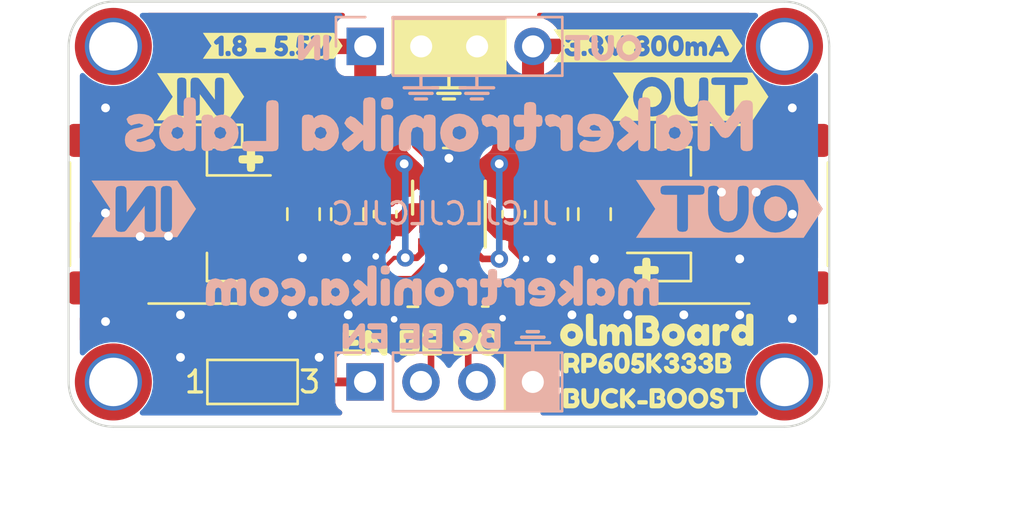
<source format=kicad_pcb>
(kicad_pcb (version 20221018) (generator pcbnew)
  (layers (0 "F.Cu" signal) (31 "B.Cu" signal) (34 "B.Paste" user) (35 "F.Paste" user) (36 "B.SilkS" user "B.Silkscreen") (37 "F.SilkS" user "F.Silkscreen") (38 "B.Mask" user) (39 "F.Mask" user) (44 "Edge.Cuts" user))
  (net 0 "")
  (net 1 "GND")
  (net 2 "VCC")
  (net 3 "BM_OUT")
  (net 4 "+3.3V")
  (net 5 "Net-(JP1-C)")
  (net 6 "EN")
  (net 7 "Net-(U1-BOLX)")
  (net 8 "Net-(U1-BULX)")
  (net 9 "BM_EN")
  (footprint "Capacitor_SMD:C_0603_1608Metric" (layer "F.Cu") (at 151.5112 82.423)
    (fp_text reference "C3" hide)
    (fp_text value "100nF")
    (pad "1" smd roundrect (at -0.775 0) (size 0.9 0.95) (layers "F.Cu" "F.Paste" "F.Mask") (net 3 "BM_OUT"))
    (pad "2" smd roundrect (at 0.775 0) (size 0.9 0.95) (layers "F.Cu" "F.Paste" "F.Mask") (net 1 "GND"))
  )
  (footprint "kibuzzard-65426016" (layer "F.Cu") (at 160.8328 73.406)
    (fp_text reference "kibuzzard-65426016" hide)
    (fp_text value "G***" hide)
  )
  (footprint "kibuzzard-6542501C" (layer "F.Cu") (at 148.59 84.582)
    (fp_text reference "kibuzzard-6542501C" hide)
    (fp_text value "G***" hide)
  )
  (footprint "Connector_JST:JST_PH_S2B-PH-SM4-TB_1x02-1MP_P2.00mm_Horizontal" (layer "F.Cu") (at 162.56 78.74 90)
    (fp_text reference "J2" hide)
    (fp_text value "VIN")
    (pad "1" smd roundrect (at -1 -2.85 90) (size 1 3.5) (layers "F.Cu" "F.Paste" "F.Mask") (net 4 "+3.3V"))
    (pad "2" smd roundrect (at 1 -2.85 90) (size 1 3.5) (layers "F.Cu" "F.Paste" "F.Mask") (net 1 "GND"))
    (pad "MP" smd roundrect (at -3.35 2.9 90) (size 1.5 3.4) (layers "F.Cu" "F.Paste" "F.Mask") (roundrect_rratio 0.1666673333) (net 1 "GND"))
    (pad "MP" smd roundrect (at 3.35 2.9 90) (size 1.5 3.4) (layers "F.Cu" "F.Paste" "F.Mask") (roundrect_rratio 0.1666673333) (net 1 "GND"))
  )
  (footprint "kibuzzard-654258D9" (layer "F.Cu") (at 140.8684 76.2508)
    (fp_text reference "kibuzzard-654258D9" hide)
    (fp_text value "G***" hide)
  )
  (footprint "Resistor_SMD:R_0603_1608Metric" (layer "F.Cu") (at 148.2222 82.423)
    (fp_text reference "R1" hide)
    (fp_text value "100K")
    (pad "1" smd roundrect (at -0.825 0) (size 0.8 0.95) (layers "F.Cu" "F.Paste" "F.Mask") (net 1 "GND"))
    (pad "2" smd roundrect (at 0.825 0) (size 0.8 0.95) (layers "F.Cu" "F.Paste" "F.Mask") (net 9 "BM_EN"))
  )
  (footprint "node-lib:DFN-12-1EP_2.7x3mm_P0.5mm_EP1.7x2.7mm" (layer "F.Cu") (at 149.86 78.74 90)
    (fp_text reference "U1" hide)
    (fp_text value "RP605K333B")
    (pad "1" smd rect (at -1.42 -1.25 90) (size 0.65 0.3) (layers "F.Cu" "F.Paste" "F.Mask") (net 2 "VCC"))
    (pad "2" smd rect (at -1.42 -0.75 90) (size 0.65 0.3) (layers "F.Cu" "F.Paste" "F.Mask") (net 5 "Net-(JP1-C)"))
    (pad "3" smd rect (at -1.42 -0.25 90) (size 0.65 0.3) (layers "F.Cu" "F.Paste" "F.Mask") (net 1 "GND"))
    (pad "4" smd rect (at -1.42 0.25 90) (size 0.65 0.3) (layers "F.Cu" "F.Paste" "F.Mask") (net 9 "BM_EN"))
    (pad "5" smd rect (at -1.42 0.75 90) (size 0.65 0.3) (layers "F.Cu" "F.Paste" "F.Mask") (net 3 "BM_OUT"))
    (pad "6" smd rect (at -1.42 1.25 90) (size 0.65 0.3) (layers "F.Cu" "F.Paste" "F.Mask") (net 4 "+3.3V"))
    (pad "7" smd rect (at 1.42 1.25 90) (size 0.65 0.3) (layers "F.Cu" "F.Paste" "F.Mask") (net 4 "+3.3V"))
    (pad "8" smd rect (at 1.42 0.75 90) (size 0.65 0.3) (layers "F.Cu" "F.Paste" "F.Mask") (net 7 "Net-(U1-BOLX)"))
    (pad "9" smd rect (at 1.42 0.25 90) (size 0.65 0.3) (layers "F.Cu" "F.Paste" "F.Mask") (net 1 "GND"))
    (pad "10" smd rect (at 1.42 -0.25 90) (size 0.65 0.3) (layers "F.Cu" "F.Paste" "F.Mask") (net 1 "GND"))
    (pad "11" smd rect (at 1.42 -0.75 90) (size 0.65 0.3) (layers "F.Cu" "F.Paste" "F.Mask") (net 8 "Net-(U1-BULX)"))
    (pad "12" smd rect (at 1.42 -1.25 90) (size 0.65 0.3) (layers "F.Cu" "F.Paste" "F.Mask") (net 2 "VCC"))
    (pad "13" smd rect (at 0 0 90) (size 1.7 2.7) (layers "F.Cu" "F.Mask") (net 1 "GND"))
  )
  (footprint "Connector_JST:JST_PH_S2B-PH-SM4-TB_1x02-1MP_P2.00mm_Horizontal" (layer "F.Cu") (at 137.16 78.74 -90)
    (fp_text reference "J1" hide)
    (fp_text value "VIN")
    (pad "1" smd roundrect (at -1 -2.85 270) (size 1 3.5) (layers "F.Cu" "F.Paste" "F.Mask") (net 2 "VCC"))
    (pad "2" smd roundrect (at 1 -2.85 270) (size 1 3.5) (layers "F.Cu" "F.Paste" "F.Mask") (net 1 "GND"))
    (pad "MP" smd roundrect (at -3.35 2.9 270) (size 1.5 3.4) (layers "F.Cu" "F.Paste" "F.Mask") (roundrect_rratio 0.1666673333) (net 1 "GND"))
    (pad "MP" smd roundrect (at 3.35 2.9 270) (size 1.5 3.4) (layers "F.Cu" "F.Paste" "F.Mask") (roundrect_rratio 0.1666673333) (net 1 "GND"))
  )
  (footprint "kibuzzard-65426020" (layer "F.Cu") (at 138.5824 73.406)
    (fp_text reference "kibuzzard-65426020" hide)
    (fp_text value "G***" hide)
  )
  (footprint "kibuzzard-658B4E9D" (layer "F.Cu") (at 159.3 84)
    (fp_text reference "kibuzzard-658B4E9D" hide)
    (fp_text value "G***" hide)
  )
  (footprint "kibuzzard-65424F22" (layer "F.Cu") (at 146.05 84.582)
    (fp_text reference "kibuzzard-65424F22" hide)
    (fp_text value "G***" hide)
  )
  (footprint "kibuzzard-654258D9" (layer "F.Cu") (at 158.8262 81.28)
    (fp_text reference "kibuzzard-654258D9" hide)
    (fp_text value "G***" hide)
  )
  (footprint "kibuzzard-658B4E8C" (layer "F.Cu") (at 159.1818 86.3)
    (fp_text reference "kibuzzard-658B4E8C" hide)
    (fp_text value "G***" hide)
  )
  (footprint "MountingHole:MountingHole_2.2mm_M2_ISO7380_Pad_TopOnly" (layer "F.Cu") (at 134.62 86.36)
    (fp_text reference "H3" hide)
    (fp_text value "MountingHole")
    (pad "1" thru_hole circle (at 0 0) (size 2.6 2.6) (drill 2.2) (layers "*.Cu" "*.Mask"))
    (pad "1" connect circle (at 0 0) (size 3.5 3.5) (layers "F.Cu" "F.Mask"))
  )
  (footprint "Capacitor_SMD:C_0603_1608Metric" (layer "F.Cu") (at 152.8064 78.74 90)
    (fp_text reference "C4" hide)
    (fp_text value "100nF")
    (pad "1" smd roundrect (at -0.775 0 90) (size 0.9 0.95) (layers "F.Cu" "F.Paste" "F.Mask") (net 1 "GND"))
    (pad "2" smd roundrect (at 0.775 0 90) (size 0.9 0.95) (layers "F.Cu" "F.Paste" "F.Mask") (net 4 "+3.3V"))
  )
  (footprint "MountingHole:MountingHole_2.2mm_M2_ISO7380_Pad_TopOnly" (layer "F.Cu") (at 165.1 86.36)
    (fp_text reference "H4" hide)
    (fp_text value "MountingHole")
    (pad "1" thru_hole circle (at 0 0) (size 2.6 2.6) (drill 2.2) (layers "*.Cu" "*.Mask"))
    (pad "1" connect circle (at 0 0) (size 3.5 3.5) (layers "F.Cu" "F.Mask"))
  )
  (footprint "MountingHole:MountingHole_2.2mm_M2_ISO7380_Pad_TopOnly" (layer "F.Cu") (at 165.1 71.12)
    (fp_text reference "H1" hide)
    (fp_text value "MountingHole")
    (pad "1" thru_hole circle (at 0 0) (size 2.6 2.6) (drill 2.2) (layers "*.Cu" "*.Mask"))
    (pad "1" connect circle (at 0 0) (size 3.5 3.5) (layers "F.Cu" "F.Mask"))
  )
  (footprint "Capacitor_SMD:C_0805_2012Metric" (layer "F.Cu") (at 156.474 78.74 90)
    (fp_text reference "C6" hide)
    (fp_text value "22uF")
    (pad "1" smd roundrect (at -0.95 0 90) (size 1 1.45) (layers "F.Cu" "F.Paste" "F.Mask") (net 1 "GND"))
    (pad "2" smd roundrect (at 0.95 0 90) (size 1 1.45) (layers "F.Cu" "F.Paste" "F.Mask") (net 4 "+3.3V"))
  )
  (footprint "kibuzzard-65425023" (layer "F.Cu") (at 151.13 84.582)
    (fp_text reference "kibuzzard-65425023" hide)
    (fp_text value "G***" hide)
  )
  (footprint "my_Logos:makertronika-sm-8mm" (layer "F.Cu") (at 144.2466 74.5236)
    (fp_text reference "G-logo" hide)
    (fp_text value "LOGO" hide)
  )
  (footprint "kibuzzard-654268F6" (layer "F.Cu") (at 158.9024 71.0946)
    (fp_text reference "kibuzzard-654268F6" hide)
    (fp_text value "G***" hide)
  )
  (footprint "Jumper:SolderJumper-3_P1.3mm_Bridged12_Pad1.0x1.5mm_NumberLabels" (layer "F.Cu") (at 140.94 86.36)
    (fp_text reference "JP1" hide)
    (fp_text value "EN")
    (fp_text user "3" (at 2.6 0) (layer "F.SilkS"))
    (fp_text user "1" (at -2.6 0) (layer "F.SilkS"))
    (fp_poly (pts (xy -0.9 -0.3) (xy -0.4 -0.3) (xy -0.4 0.3) (xy -0.9 0.3)) (fill solid) (layer "F.Cu"))
    (pad "1" smd rect (at -1.3 0) (size 1 1.5) (layers "F.Cu" "F.Mask") (net 2 "VCC"))
    (pad "2" smd rect (at 0 0) (size 1 1.5) (layers "F.Cu" "F.Mask") (net 5 "Net-(JP1-C)"))
    (pad "3" smd rect (at 1.3 0) (size 1 1.5) (layers "F.Cu" "F.Mask") (net 6 "EN"))
  )
  (footprint "Capacitor_SMD:C_0805_2012Metric" (layer "F.Cu") (at 154.5336 78.74 -90)
    (fp_text reference "C5" hide)
    (fp_text value "1uF")
    (pad "1" smd roundrect (at -0.95 0 270) (size 1 1.45) (layers "F.Cu" "F.Paste" "F.Mask") (net 4 "+3.3V"))
    (pad "2" smd roundrect (at 0.95 0 270) (size 1 1.45) (layers "F.Cu" "F.Paste" "F.Mask") (net 1 "GND"))
  )
  (footprint "Capacitor_SMD:C_0603_1608Metric" (layer "F.Cu") (at 146.9644 78.74 -90)
    (fp_text reference "C2" hide)
    (fp_text value "100nF")
    (pad "1" smd roundrect (at -0.775 0 270) (size 0.9 0.95) (layers "F.Cu" "F.Paste" "F.Mask") (net 2 "VCC"))
    (pad "2" smd roundrect (at 0.775 0 270) (size 0.9 0.95) (layers "F.Cu" "F.Paste" "F.Mask") (net 1 "GND"))
  )
  (footprint "Capacitor_SMD:C_0805_2012Metric" (layer "F.Cu") (at 145.2478 78.74 90)
    (fp_text reference "C1" hide)
    (fp_text value "22uF")
    (pad "1" smd roundrect (at -0.95 0 90) (size 1 1.45) (layers "F.Cu" "F.Paste" "F.Mask") (net 1 "GND"))
    (pad "2" smd roundrect (at 0.95 0 90) (size 1 1.45) (layers "F.Cu" "F.Paste" "F.Mask") (net 2 "VCC"))
  )
  (footprint "Inductor_SMD:L_1008_2520Metric" (layer "F.Cu") (at 149.860001 74.625201 180)
    (fp_text reference "L1" hide)
    (fp_text value "2.2uH")
    (pad "1" smd roundrect (at -1.075 0 180) (size 1.25 2.2) (layers "F.Cu" "F.Paste" "F.Mask") (roundrect_rratio 0.2) (net 7 "Net-(U1-BOLX)"))
    (pad "2" smd roundrect (at 1.075 0 180) (size 1.25 2.2) (layers "F.Cu" "F.Paste" "F.Mask") (roundrect_rratio 0.2) (net 8 "Net-(U1-BULX)"))
  )
  (footprint "kibuzzard-6542684A" (layer "F.Cu") (at 141.859 71.0946)
    (fp_text reference "kibuzzard-6542684A" hide)
    (fp_text value "G***" hide)
  )
  (footprint "MountingHole:MountingHole_2.2mm_M2_ISO7380_Pad_TopOnly" (layer "F.Cu") (at 134.62 71.12)
    (fp_text reference "H2" hide)
    (fp_text value "MountingHole")
    (pad "1" thru_hole circle (at 0 0) (size 2.6 2.6) (drill 2.2) (layers "*.Cu" "*.Mask"))
    (pad "1" connect circle (at 0 0) (size 3.5 3.5) (layers "F.Cu" "F.Mask"))
  )
  (footprint "Capacitor_SMD:C_0805_2012Metric" (layer "F.Cu") (at 143.256 78.74 90)
    (fp_text reference "C7" hide)
    (fp_text value "22uF")
    (pad "1" smd roundrect (at -0.95 0 90) (size 1 1.45) (layers "F.Cu" "F.Paste" "F.Mask") (net 1 "GND"))
    (pad "2" smd roundrect (at 0.95 0 90) (size 1 1.45) (layers "F.Cu" "F.Paste" "F.Mask") (net 2 "VCC"))
  )
  (footprint "kibuzzard-65426283" (layer "B.Cu") (at 149.1 82 180)
    (fp_text reference "kibuzzard-65426283" hide)
    (fp_text value "G***" hide)
  )
  (footprint "kibuzzard-65424F22" (layer "B.Cu") (at 146.05 84.2772 180)
    (fp_text reference "kibuzzard-65424F22" hide)
    (fp_text value "G***" hide)
  )
  (footprint "kibuzzard-654250EC" (layer "B.Cu") (at 156.8704 71.187469 180)
    (fp_text reference "kibuzzard-654250EC" hide)
    (fp_text value "G***" hide)
  )
  (footprint "kibuzzard-658B4DFC" (layer "B.Cu") (at 162.6 78.5 180)
    (fp_text reference "kibuzzard-658B4DFC" hide)
    (fp_text value "G***" hide)
  )
  (footprint "kibuzzard-65425023" (layer "B.Cu") (at 151.13 84.2772 180)
    (fp_text reference "kibuzzard-65425023" hide)
    (fp_text value "G***" hide)
  )
  (footprint "kibuzzard-654250E5" (layer "B.Cu") (at 143.7132 71.1708 180)
    (fp_text reference "kibuzzard-654250E5" hide)
    (fp_text value "G***" hide)
  )
  (footprint "kibuzzard-65426266" (layer "B.Cu") (at 149.4028 74.676 180)
    (fp_text reference "kibuzzard-65426266" hide)
    (fp_text value "G***" hide)
  )
  (footprint "kibuzzard-658B4DF6" (layer "B.Cu") (at 136 78.5 180)
    (fp_text reference "kibuzzard-658B4DF6" hide)
    (fp_text value "G***" hide)
  )
  (footprint "kibuzzard-6542501C" (layer "B.Cu") (at 148.59 84.2772 180)
    (fp_text reference "kibuzzard-6542501C" hide)
    (fp_text value "G***" hide)
  )
  (footprint "Connector_PinHeader_2.54mm:PinHeader_1x04_P2.54mm_Vertical" (layer "B.Cu") (at 146.05 86.36 -90)
    (fp_text reference "J4" hide)
    (fp_text value "Conn_B" hide)
    (pad "1" thru_hole rect (at 0 0 270) (size 1.7 1.7) (drill 1) (layers "*.Cu" "*.Mask") (net 6 "EN"))
    (pad "2" thru_hole oval (at 0 -2.54 270) (size 1.7 1.7) (drill 1) (layers "*.Cu" "*.Mask") (net 9 "BM_EN"))
    (pad "3" thru_hole oval (at 0 -5.08 270) (size 1.7 1.7) (drill 1) (layers "*.Cu" "*.Mask") (net 3 "BM_OUT"))
    (pad "4" thru_hole oval (at 0 -7.62 270) (size 1.7 1.7) (drill 1) (layers "*.Cu" "*.Mask") (net 1 "GND"))
  )
  (footprint "Connector_PinHeader_2.54mm:PinHeader_1x04_P2.54mm_Vertical" (layer "B.Cu") (at 146.06 71.12 -90)
    (fp_text reference "J3" hide)
    (fp_text value "Conn_A" hide)
    (pad "1" thru_hole rect (at 0 0 270) (size 1.7 1.7) (drill 1) (layers "*.Cu" "*.Mask") (net 2 "VCC"))
    (pad "2" thru_hole oval (at 0 -2.54 270) (size 1.7 1.7) (drill 1) (layers "*.Cu" "*.Mask") (net 1 "GND"))
    (pad "3" thru_hole oval (at 0 -5.08 270) (size 1.7 1.7) (drill 1) (layers "*.Cu" "*.Mask") (net 1 "GND"))
    (pad "4" thru_hole oval (at 0 -7.62 270) (size 1.7 1.7) (drill 1) (layers "*.Cu" "*.Mask") (net 4 "+3.3V"))
  )
  (gr_line (start 151.384 73.507599) (end 150.876 73.507599) (stroke (width 0.15)) (layer "B.SilkS"))
  (gr_line (start 148.844 73.507599) (end 148.336 73.507599) (stroke (width 0.15)) (layer "B.SilkS"))
  (gr_line (start 150.368001 72.9996) (end 151.13 72.9996) (stroke (width 0.15)) (layer "B.SilkS"))
  (gr_line (start 152.908001 84.582) (end 153.67 84.582) (stroke (width 0.15)) (layer "B.SilkS"))
  (gr_line (start 153.416 84.074001) (end 153.924 84.074001) (stroke (width 0.15)) (layer "B.SilkS"))
  (gr_line (start 153.67 84.582) (end 153.67 85.09) (stroke (width 0.15)) (layer "B.SilkS"))
  (gr_rect (start 152.527 85.09) (end 154.813 87.63) (stroke (width 0.15)) (fill solid) (layer "B.SilkS"))
  (gr_line (start 153.162 84.328) (end 154.178 84.328) (stroke (width 0.15)) (layer "B.SilkS"))
  (gr_line (start 149.351999 72.9996) (end 148.59 72.9996) (stroke (width 0.15)) (layer "B.SilkS"))
  (gr_line (start 151.891999 72.9996) (end 151.13 72.9996) (stroke (width 0.15)) (layer "B.SilkS"))
  (gr_line (start 151.13 72.9996) (end 151.13 72.4916) (stroke (width 0.15)) (layer "B.SilkS"))
  (gr_line (start 149.098 73.2536) (end 148.082 73.2536) (stroke (width 0.15)) (layer "B.SilkS"))
  (gr_line (start 151.638 73.2536) (end 150.622 73.2536) (stroke (width 0.15)) (layer "B.SilkS"))
  (gr_line (start 147.828001 72.9996) (end 148.59 72.9996) (stroke (width 0.15)) (layer "B.SilkS"))
  (gr_line (start 154.431999 84.582) (end 153.67 84.582) (stroke (width 0.15)) (layer "B.SilkS"))
  (gr_line (start 148.59 72.9996) (end 148.59 72.4916) (stroke (width 0.15)) (layer "B.SilkS"))
  (gr_rect (start 147.32 69.8246) (end 152.4 69.85) (stroke (width 0.15)) (fill solid) (layer "B.SilkS"))
  (gr_line (start 153.162 84.328) (end 154.178 84.328) (stroke (width 0.15)) (layer "F.SilkS"))
  (gr_rect (start 147.32 69.85) (end 152.4 72.39) (stroke (width 0.15)) (fill solid) (layer "F.SilkS"))
  (gr_line (start 150.114 73.5076) (end 149.606 73.5076) (stroke (width 0.15)) (layer "F.SilkS"))
  (gr_line (start 149.86 72.999601) (end 150.621999 72.999601) (stroke (width 0.15)) (layer "F.SilkS"))
  (gr_line (start 153.67 84.582) (end 152.908 84.582) (stroke (width 0.15)) (layer "F.SilkS"))
  (gr_rect (start 152.4254 85.09) (end 154.813 87.63) (stroke (width 0.15)) (fill solid) (layer "F.SilkS"))
  (gr_line (start 153.416 84.074) (end 153.924 84.074) (stroke (width 0.15)) (layer "F.SilkS"))
  (gr_line (start 150.368 73.253601) (end 149.352 73.253601) (stroke (width 0.15)) (layer "F.SilkS"))
  (gr_line (start 149.86 72.161401) (end 149.86 72.999601) (stroke (width 0.15)) (layer "F.SilkS"))
  (gr_line (start 153.67 85.09) (end 153.67 84.582) (stroke (width 0.15)) (layer "F.SilkS"))
  (gr_line (start 153.67 84.582) (end 154.432 84.582) (stroke (width 0.15)) (layer "F.SilkS"))
  (gr_line (start 149.86 72.999601) (end 149.098001 72.999601) (stroke (width 0.15)) (layer "F.SilkS"))
  (gr_line (start 132.588 86.36) (end 132.588 71.12) (stroke (width 0.1)) (layer "Edge.Cuts"))
  (gr_arc (start 132.588 71.12) (mid 133.183159 69.683159) (end 134.62 69.088) (stroke (width 0.1)) (layer "Edge.Cuts"))
  (gr_line (start 134.62 69.088) (end 165.1 69.088) (stroke (width 0.1)) (layer "Edge.Cuts"))
  (gr_arc (start 167.132 86.36) (mid 166.536841 87.796841) (end 165.1 88.392) (stroke (width 0.1)) (layer "Edge.Cuts"))
  (gr_arc (start 165.1 69.088) (mid 166.536841 69.683159) (end 167.132 71.12) (stroke (width 0.1)) (layer "Edge.Cuts"))
  (gr_line (start 167.132 71.12) (end 167.132 86.36) (stroke (width 0.1)) (layer "Edge.Cuts"))
  (gr_arc (start 134.62 88.392) (mid 133.183159 87.796841) (end 132.588 86.36) (stroke (width 0.1)) (layer "Edge.Cuts"))
  (gr_line (start 165.1 88.392) (end 134.62 88.392) (stroke (width 0.1)) (layer "Edge.Cuts"))
  (gr_text "JLCJLCJLCJLC" (at 154.9 79.3) (layer "B.SilkS") (effects (font (size 1 1)) (justify left bottom mirror)))
  (segment (start 163.813995 77.740005) (end 163.814009 77.739991) (width 1) (layer "F.Cu") (net 1))
  (segment (start 134.26 75.39) (end 134.26 73.9184) (width 1) (layer "F.Cu") (net 1))
  (segment (start 165.46 83.4854) (end 165.4556 83.4898) (width 1) (layer "F.Cu") (net 1))
  (segment (start 149.61 81.185809) (end 149.596823 81.198986) (width 0.3) (layer "F.Cu") (net 1))
  (segment (start 165.425191 77.739991) (end 163.814009 77.739991) (width 1) (layer "F.Cu") (net 1))
  (segment (start 134.26 82.09) (end 134.26 79.756) (width 1.2) (layer "F.Cu") (net 1))
  (segment (start 152.2862 83.452202) (end 152.298398 83.4644) (width 0.3) (layer "F.Cu") (net 1))
  (segment (start 162.23919 77.74) (end 162.239195 77.740005) (width 1) (layer "F.Cu") (net 1))
  (segment (start 137.125204 79.739996) (end 135.855204 79.739996) (width 1) (layer "F.Cu") (net 1))
  (segment (start 165.46 82.09) (end 165.46 77.7748) (width 1.4) (layer "F.Cu") (net 1))
  (segment (start 154.5336 79.69) (end 156.474 79.69) (width 1) (layer "F.Cu") (net 1))
  (segment (start 165.46 73.9184) (end 165.4556 73.914) (width 1) (layer "F.Cu") (net 1))
  (segment (start 134.26 73.9184) (end 134.2644 73.914) (width 1) (layer "F.Cu") (net 1))
  (segment (start 140.01 79.74) (end 137.125208 79.74) (width 1) (layer "F.Cu") (net 1))
  (segment (start 146.9644 80.228448) (end 146.535812 80.657036) (width 0.5) (layer "F.Cu") (net 1))
  (segment (start 134.26 82.09) (end 134.26 83.6124) (width 1) (layer "F.Cu") (net 1))
  (segment (start 140.01 79.74) (end 146.7394 79.74) (width 1) (layer "F.Cu") (net 1))
  (segment (start 152.2344 79.418) (end 151.5564 78.74) (width 1) (layer "F.Cu") (net 1))
  (segment (start 135.855204 79.739996) (end 135.839213 79.755987) (width 1) (layer "F.Cu") (net 1))
  (segment (start 147.3972 82.423) (end 147.3972 83.4888) (width 0.3) (layer "F.Cu") (net 1))
  (segment (start 156.474 79.69) (end 152.9814 79.69) (width 1) (layer "F.Cu") (net 1))
  (segment (start 146.9644 79.515) (end 147.2374 79.242) (width 1) (layer "F.Cu") (net 1))
  (segment (start 146.7394 79.74) (end 146.9644 79.515) (width 1) (layer "F.Cu") (net 1))
  (segment (start 165.46 82.09) (end 165.46 83.4854) (width 1) (layer "F.Cu") (net 1))
  (segment (start 148.2144 78.74) (end 149.86 78.74) (width 1) (layer "F.Cu") (net 1))
  (segment (start 147.3972 83.4888) (end 147.3708 83.5152) (width 0.3) (layer "F.Cu") (net 1))
  (segment (start 149.61 80.16) (end 149.61 81.185809) (width 0.3) (layer "F.Cu") (net 1))
  (segment (start 152.7094 79.418) (end 152.2344 79.418) (width 1) (layer "F.Cu") (net 1))
  (segment (start 152.8064 80.2132) (end 153.3652 80.772) (width 0.5) (layer "F.Cu") (net 1))
  (segment (start 134.26 79.756) (end 135.8392 79.756) (width 1) (layer "F.Cu") (net 1))
  (segment (start 134.26 83.6124) (end 134.2644 83.6168) (width 1) (layer "F.Cu") (net 1))
  (segment (start 146.9644 79.515) (end 146.9644 80.228448) (width 0.5) (layer "F.Cu") (net 1))
  (segment (start 165.46 77.7748) (end 165.425191 77.739991) (width 1) (layer "F.Cu") (net 1))
  (segment (start 152.8064 79.515) (end 152.8064 80.2132) (width 0.5) (layer "F.Cu") (net 1))
  (segment (start 150.11 77.32) (end 150.11 78.49) (width 0.3) (layer "F.Cu") (net 1))
  (segment (start 135.8392 79.756) (end 135.839213 79.755987) (width 1) (layer "F.Cu") (net 1))
  (segment (start 152.8064 79.515) (end 152.7094 79.418) (width 1) (layer "F.Cu") (net 1))
  (segment (start 165.46 75.39) (end 165.46 73.9184) (width 1) (layer "F.Cu") (net 1))
  (segment (start 149.61 78.49) (end 149.86 78.74) (width 0.3) (layer "F.Cu") (net 1))
  (segment (start 134.26 79.756) (end 134.26 75.39) (width 1.2) (layer "F.Cu") (net 1))
  (segment (start 149.61 77.32) (end 149.61 78.49) (width 0.3) (layer "F.Cu") (net 1))
  (segment (start 147.2374 79.242) (end 147.7124 79.242) (width 1) (layer "F.Cu") (net 1))
  (segment (start 152.2862 82.423) (end 152.2862 83.452202) (width 0.3) (layer "F.Cu") (net 1))
  (segment (start 159.71 77.74) (end 162.23919 77.74) (width 1) (layer "F.Cu") (net 1))
  (segment (start 152.9814 79.69) (end 152.8064 79.515) (width 1) (layer "F.Cu") (net 1))
  (segment (start 165.46 77.7748) (end 165.46 75.39) (width 1.4) (layer "F.Cu") (net 1))
  (segment (start 151.5564 78.74) (end 149.86 78.74) (width 1) (layer "F.Cu") (net 1))
  (segment (start 162.239195 77.740005) (end 163.813995 77.740005) (width 1) (layer "F.Cu") (net 1))
  (segment (start 149.86 76.2) (end 149.86 78.74) (width 0.8) (layer "F.Cu") (net 1))
  (segment (start 150.11 78.49) (end 149.86 78.74) (width 0.3) (layer "F.Cu") (net 1))
  (segment (start 147.7124 79.242) (end 148.2144 78.74) (width 1) (layer "F.Cu") (net 1))
  (segment (start 137.125208 79.74) (end 137.125204 79.739996) (width 1) (layer "F.Cu") (net 1))
  (via (at 134.26 78.6892) (size 0.8) (drill 0.4) (layers "F.Cu" "B.Cu") (net 1))
  (via (at 160.528 83.312) (size 0.8) (drill 0.4) (layers "F.Cu" "B.Cu") (net 1))
  (via (at 149.86 76.2) (size 0.8) (drill 0.4) (layers "F.Cu" "B.Cu") (net 1))
  (via (at 142.748 83.312) (size 0.8) (drill 0.4) (layers "F.Cu" "B.Cu") (net 1))
  (via (at 163.814009 77.739991) (size 0.8) (drill 0.4) (layers "F.Cu" "B.Cu") (net 1))
  (via (at 134.2644 83.6168) (size 0.8) (drill 0.4) (layers "F.Cu" "B.Cu") (net 1))
  (via (at 152.298398 83.4644) (size 0.6) (drill 0.3) (layers "F.Cu" "B.Cu") (net 1))
  (via (at 149.596823 81.198986) (size 0.8) (drill 0.4) (layers "F.Cu" "B.Cu") (net 1))
  (via (at 137.668 85.2424) (size 0.8) (drill 0.4) (layers "F.Cu" "B.Cu") (net 1))
  (via (at 137.125204 79.739996) (size 0.8) (drill 0.4) (layers "F.Cu" "B.Cu") (net 1))
  (via (at 163.068 83.312) (size 0.8) (drill 0.4) (layers "F.Cu" "B.Cu") (net 1))
  (via (at 134.2644 73.914) (size 0.8) (drill 0.4) (layers "F.Cu" "B.Cu") (net 1))
  (via (at 157.988 83.312) (size 0.8) (drill 0.4) (layers "F.Cu" "B.Cu") (net 1))
  (via (at 143.2052 80.7212) (size 0.8) (drill 0.4) (layers "F.Cu" "B.Cu") (net 1))
  (via (at 135.839213 79.755987) (size 0.8) (drill 0.4) (layers "F.Cu" "B.Cu") (net 1))
  (via (at 137.668 83.312) (size 0.8) (drill 0.4) (layers "F.Cu" "B.Cu") (net 1))
  (via (at 143.9672 85.2424) (size 0.8) (drill 0.4) (layers "F.Cu" "B.Cu") (net 1))
  (via (at 162.239195 77.740005) (size 0.8) (drill 0.4) (layers "F.Cu" "B.Cu") (net 1))
  (via (at 146.535812 80.657036) (size 0.6) (drill 0.3) (layers "F.Cu" "B.Cu") (net 1))
  (via (at 165.4556 83.4898) (size 0.8) (drill 0.4) (layers "F.Cu" "B.Cu") (net 1))
  (via (at 145.2118 80.7212) (size 0.8) (drill 0.4) (layers "F.Cu" "B.Cu") (net 1))
  (via (at 145.288 83.312) (size 0.8) (drill 0.4) (layers "F.Cu" "B.Cu") (net 1))
  (via (at 165.46 78.74) (size 0.8) (drill 0.4) (layers "F.Cu" "B.Cu") (net 1))
  (via (at 156.464 80.772) (size 0.8) (drill 0.4) (layers "F.Cu" "B.Cu") (net 1))
  (via (at 165.4556 73.914) (size 0.8) (drill 0.4) (layers "F.Cu" "B.Cu") (net 1))
  (via (at 153.3652 80.772) (size 0.6) (drill 0.3) (layers "F.Cu" "B.Cu") (net 1))
  (via (at 154.5082 80.772) (size 0.8) (drill 0.4) (layers "F.Cu" "B.Cu") (net 1))
  (via (at 147.3708 83.5152) (size 0.6) (drill 0.3) (layers "F.Cu" "B.Cu") (net 1))
  (via (at 155.448 83.312) (size 0.8) (drill 0.4) (layers "F.Cu" "B.Cu") (net 1))
  (via (at 163.068 80.772) (size 0.8) (drill 0.4) (layers "F.Cu" "B.Cu") (net 1))
  (segment (start 148.61 76.728) (end 148.3868 76.5048) (width 0.3) (layer "F.Cu") (net 2))
  (segment (start 141.858 81.9668) (end 139.64 84.1848) (width 0.18) (layer "F.Cu") (net 2))
  (segment (start 146.06 76.9778) (end 145.2478 77.79) (width 1) (layer "F.Cu") (net 2))
  (segment (start 143.306 77.74) (end 143.256 77.79) (width 1) (layer "F.Cu") (net 2))
  (segment (start 146.1252 81.9668) (end 141.858 81.9668) (width 0.18) (layer "F.Cu") (net 2))
  (segment (start 147.7772 76.5048) (end 147.2692 76.5048) (width 0.3) (layer "F.Cu") (net 2))
  (segment (start 146.7394 77.0346) (end 146.7394 77.74) (width 0.3) (layer "F.Cu") (net 2))
  (segment (start 146.06 71.12) (end 146.06 76.9778) (width 1) (layer "F.Cu") (net 2))
  (segment (start 148.398785 80.721215) (end 147.878815 80.721215) (width 0.3) (layer "F.Cu") (net 2))
  (segment (start 147.828 76.454) (end 147.7772 76.5048) (width 0.3) (layer "F.Cu") (net 2))
  (segment (start 140.01 77.74) (end 143.9926 77.74) (width 1) (layer "F.Cu") (net 2))
  (segment (start 147.370785 80.721215) (end 146.1252 81.9668) (width 0.18) (layer "F.Cu") (net 2))
  (segment (start 139.64 84.1848) (end 139.64 86.36) (width 0.18) (layer "F.Cu") (net 2))
  (segment (start 147.878815 80.721215) (end 147.370785 80.721215) (width 0.18) (layer "F.Cu") (net 2))
  (segment (start 148.61 80.51) (end 148.398785 80.721215) (width 0.3) (layer "F.Cu") (net 2))
  (segment (start 143.9926 77.74) (end 143.306 77.74) (width 1) (layer "F.Cu") (net 2))
  (segment (start 147.8788 76.5048) (end 147.828 76.454) (width 0.3) (layer "F.Cu") (net 2))
  (segment (start 148.61 80.16) (end 148.61 80.51) (width 0.3) (layer "F.Cu") (net 2))
  (segment (start 147.2692 76.5048) (end 146.7394 77.0346) (width 0.3) (layer "F.Cu") (net 2))
  (segment (start 146.7394 77.74) (end 146.9644 77.965) (width 1) (layer "F.Cu") (net 2))
  (segment (start 148.61 77.32) (end 148.61 76.728) (width 0.3) (layer "F.Cu") (net 2))
  (segment (start 143.9926 77.74) (end 146.7394 77.74) (width 1) (layer "F.Cu") (net 2))
  (segment (start 148.3868 76.5048) (end 147.8788 76.5048) (width 0.3) (layer "F.Cu") (net 2))
  (via (at 147.828 76.454) (size 0.8) (drill 0.4) (layers "F.Cu" "B.Cu") (net 2))
  (via (at 147.878815 80.721215) (size 0.8) (drill 0.4) (layers "F.Cu" "B.Cu") (net 2))
  (segment (start 147.878815 76.504815) (end 147.828 76.454) (width 0.3) (layer "B.Cu") (net 2))
  (segment (start 147.878815 80.721215) (end 147.878815 76.504815) (width 0.3) (layer "B.Cu") (net 2))
  (segment (start 150.7362 82.423) (end 150.7362 85.9662) (width 0.3) (layer "F.Cu") (net 3))
  (segment (start 150.61 80.16) (end 150.666823 80.216823) (width 0.18) (layer "F.Cu") (net 3))
  (segment (start 150.7362 85.9662) (end 151.13 86.36) (width 0.3) (layer "F.Cu") (net 3))
  (segment (start 150.666823 80.216823) (end 150.666823 82.353623) (width 0.18) (layer "F.Cu") (net 3))
  (segment (start 150.666823 82.353623) (end 150.7362 82.423) (width 0.18) (layer "F.Cu") (net 3))
  (segment (start 156.474 77.79) (end 152.9814 77.79) (width 1) (layer "F.Cu") (net 4))
  (segment (start 153.68 76.9364) (end 154.5336 77.79) (width 1) (layer "F.Cu") (net 4))
  (segment (start 156.642504 77.79) (end 156.474 77.79) (width 1) (layer "F.Cu") (net 4))
  (segment (start 151.11 76.728) (end 151.3332 76.5048) (width 0.3) (layer "F.Cu") (net 4))
  (segment (start 158.0736 79.74) (end 157.899 79.5654) (width 1) (layer "F.Cu") (net 4))
  (segment (start 151.11 80.16) (end 151.11 80.498) (width 0.3) (layer "F.Cu") (net 4))
  (segment (start 157.899 79.046496) (end 156.642504 77.79) (width 1) (layer "F.Cu") (net 4))
  (segment (start 159.71 79.74) (end 158.0736 79.74) (width 1) (layer "F.Cu") (net 4))
  (segment (start 157.899 79.5654) (end 157.899 79.046496) (width 1) (layer "F.Cu") (net 4))
  (segment (start 151.384 80.772) (end 152.146 80.772) (width 0.3) (layer "F.Cu") (net 4))
  (segment (start 151.11 77.32) (end 151.11 76.728) (width 0.3) (layer "F.Cu") (net 4))
  (segment (start 151.11 80.498) (end 151.384 80.772) (width 0.3) (layer "F.Cu") (net 4))
  (segment (start 152.0952 76.5048) (end 152.146 76.454) (width 0.3) (layer "F.Cu") (net 4))
  (segment (start 153.68 71.12) (end 153.68 76.9364) (width 1) (layer "F.Cu") (net 4))
  (segment (start 151.3332 76.5048) (end 152.0952 76.5048) (width 0.3) (layer "F.Cu") (net 4))
  (segment (start 152.9814 76.8322) (end 152.9814 77.79) (width 0.3) (layer "F.Cu") (net 4))
  (segment (start 152.654 76.5048) (end 152.9814 76.8322) (width 0.3) (layer "F.Cu") (net 4))
  (segment (start 152.9814 77.79) (end 152.8064 77.965) (width 1) (layer "F.Cu") (net 4))
  (segment (start 152.146 76.454) (end 152.1968 76.5048) (width 0.3) (layer "F.Cu") (net 4))
  (segment (start 152.1968 76.5048) (end 152.654 76.5048) (width 0.3) (layer "F.Cu") (net 4))
  (via (at 152.146 80.772) (size 0.8) (drill 0.4) (layers "F.Cu" "B.Cu") (net 4))
  (via (at 152.146 76.454) (size 0.8) (drill 0.4) (layers "F.Cu" "B.Cu") (net 4))
  (segment (start 152.146 76.454) (end 152.146 80.772) (width 0.3) (layer "B.Cu") (net 4))
  (segment (start 148.1844 81.6356) (end 146.993802 81.6356) (width 0.18) (layer "F.Cu") (net 5))
  (segment (start 149.11 80.16) (end 149.11 80.71) (width 0.18) (layer "F.Cu") (net 5))
  (segment (start 142.24 82.3468) (end 140.94 83.6468) (width 0.18) (layer "F.Cu") (net 5))
  (segment (start 149.11 80.71) (end 148.1844 81.6356) (width 0.18) (layer "F.Cu") (net 5))
  (segment (start 146.993802 81.6356) (end 146.282602 82.3468) (width 0.18) (layer "F.Cu") (net 5))
  (segment (start 146.282602 82.3468) (end 142.24 82.3468) (width 0.18) (layer "F.Cu") (net 5))
  (segment (start 140.94 83.6468) (end 140.94 86.36) (width 0.18) (layer "F.Cu") (net 5))
  (segment (start 142.24 86.36) (end 146.05 86.36) (width 0.4) (layer "F.Cu") (net 6))
  (segment (start 150.61 74.950202) (end 150.935001 74.625201) (width 0.3) (layer "F.Cu") (net 7))
  (segment (start 150.61 77.32) (end 150.61 74.950202) (width 0.3) (layer "F.Cu") (net 7))
  (segment (start 149.11 74.9502) (end 148.785001 74.625201) (width 0.3) (layer "F.Cu") (net 8))
  (segment (start 149.11 77.32) (end 149.11 74.9502) (width 0.3) (layer "F.Cu") (net 8))
  (segment (start 150.11 80.16) (end 150.11 80.736355) (width 0.18) (layer "F.Cu") (net 9))
  (segment (start 149.733 82.423) (end 149.0472 82.423) (width 0.18) (layer "F.Cu") (net 9))
  (segment (start 149.0472 82.423) (end 149.0472 85.9028) (width 0.3) (layer "F.Cu") (net 9))
  (segment (start 150.286823 81.484794) (end 149.86 81.911617) (width 0.18) (layer "F.Cu") (net 9))
  (segment (start 149.0472 85.9028) (end 148.59 86.36) (width 0.3) (layer "F.Cu") (net 9))
  (segment (start 149.86 81.911617) (end 149.86 82.296) (width 0.18) (layer "F.Cu") (net 9))
  (segment (start 150.11 80.736355) (end 150.286823 80.913178) (width 0.18) (layer "F.Cu") (net 9))
  (segment (start 149.86 82.296) (end 149.733 82.423) (width 0.18) (layer "F.Cu") (net 9))
  (segment (start 150.286823 80.913178) (end 150.286823 81.484794) (width 0.18) (layer "F.Cu") (net 9))
  (zone (net 2) (net_name "VCC") (layer "F.Cu") (name "VCC") (priority 4) (connect_pads yes (clearance 0.3)) (min_thickness 0.2) (fill yes (thermal_gap 0.5) (thermal_bridge_width 0.7) (smoothing chamfer) (radius 0.15))
    (polygon (pts (xy 148.7932 75.9968) (xy 148.7932 77.724) (xy 147.9296 78.2828) (xy 145.542 78.2828) (xy 145.542 75.9968)))
  )
  (zone (net 8) (net_name "Net-(U1-BULX)") (layer "F.Cu") (name "BULX") (priority 6) (connect_pads yes (clearance 0.3)) (min_thickness 0.25) (fill yes (thermal_gap 0.5) (thermal_bridge_width 0.5))
    (polygon (pts (xy 148.1836 73.8632) (xy 148.1836 75.692) (xy 148.8948 76.3524) (xy 148.8948 77.6224) (xy 148.9456 77.6732) (xy 149.2504 77.6732) (xy 149.3012 77.6224) (xy 149.3012 76.3524) (xy 149.4028 76.2508) (xy 149.4028 73.8632)))
  )
  (zone (net 7) (net_name "Net-(U1-BOLX)") (layer "F.Cu") (priority 7) (connect_pads yes (clearance 0.3)) (min_thickness 0.25) (fill yes (thermal_gap 0.5) (thermal_bridge_width 0.5))
    (polygon (pts (xy 150.368 73.9648) (xy 150.368 77.6732) (xy 150.8252 77.6732) (xy 150.8252 76.2) (xy 151.5364 75.6412) (xy 151.5364 73.9648)))
  )
  (zone (net 1) (net_name "GND") (layer "F.Cu") (name "GND") (priority 1) (connect_pads (clearance 0.5)) (min_thickness 0.25) (fill yes (thermal_gap 0.5) (thermal_bridge_width 0.5))
    (polygon (pts (xy 133.096 78.994) (xy 166.624 78.994) (xy 166.624 87.884) (xy 133.096 87.884)))
  )
  (zone (net 4) (net_name "+3.3V") (layer "F.Cu") (name "VCC") (priority 3) (connect_pads (clearance 0.3)) (min_thickness 0.2) (fill yes (thermal_gap 0.5) (thermal_bridge_width 0.7) (smoothing chamfer) (radius 0.15))
    (polygon (pts (xy 166.624 69.596) (xy 150.368 69.596) (xy 150.368 78.486) (xy 166.624 78.486)))
  )
  (zone (net 4) (net_name "+3.3V") (layer "F.Cu") (name "VCC") (priority 5) (connect_pads yes (clearance 0.3)) (min_thickness 0.2) (fill yes (thermal_gap 0.5) (thermal_bridge_width 0.7) (smoothing chamfer) (radius 0.15))
    (polygon (pts (xy 150.9268 75.9968) (xy 150.9268 77.7748) (xy 152.2984 78.486) (xy 153.67 78.486) (xy 153.67 75.9968)))
  )
  (zone (net 2) (net_name "VCC") (layer "F.Cu") (name "VCC") (priority 2) (connect_pads (clearance 0.3)) (min_thickness 0.2) (fill yes (thermal_gap 0.5) (thermal_bridge_width 0.7) (smoothing chamfer) (radius 0.15))
    (polygon (pts (xy 133.096 78.486) (xy 149.352 78.486) (xy 149.352 69.596) (xy 133.096 69.596)))
  )
  (zone (net 1) (net_name "GND") (layer "B.Cu") (name "GND") (connect_pads (clearance 0.5)) (min_thickness 0.25) (fill yes (thermal_gap 0.5) (thermal_bridge_width 0.5) (smoothing chamfer) (radius 0.15))
    (polygon (pts (xy 133.096 69.596) (xy 166.624 69.596) (xy 166.624 87.884) (xy 133.096 87.884)))
  )
)
</source>
